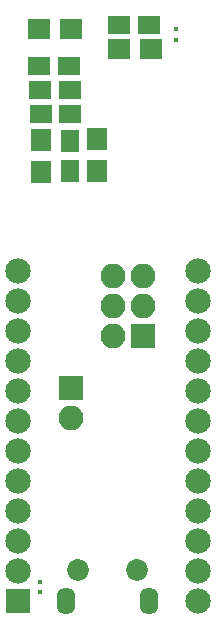
<source format=gbr>
G04 #@! TF.FileFunction,Soldermask,Bot*
%FSLAX46Y46*%
G04 Gerber Fmt 4.6, Leading zero omitted, Abs format (unit mm)*
G04 Created by KiCad (PCBNEW 4.0.7) date 07/20/18 22:40:28*
%MOMM*%
%LPD*%
G01*
G04 APERTURE LIST*
%ADD10C,0.100000*%
%ADD11R,2.152600X2.152600*%
%ADD12C,2.152600*%
%ADD13R,1.900000X1.650000*%
%ADD14R,1.650000X1.900000*%
%ADD15C,0.402000*%
%ADD16R,1.700000X1.900000*%
%ADD17C,1.850000*%
%ADD18O,1.600000X2.300000*%
%ADD19R,2.100000X2.100000*%
%ADD20O,2.100000X2.100000*%
%ADD21R,1.900000X1.700000*%
G04 APERTURE END LIST*
D10*
D11*
X101600000Y-152146000D03*
D12*
X101600000Y-149606000D03*
X101600000Y-147066000D03*
X101600000Y-144526000D03*
X101600000Y-141986000D03*
X101600000Y-139446000D03*
X101600000Y-136906000D03*
X101600000Y-134366000D03*
X101600000Y-131826000D03*
X101600000Y-129286000D03*
X101600000Y-126746000D03*
X101600000Y-124206000D03*
X116840000Y-124206000D03*
X116840000Y-126746000D03*
X116840000Y-129286000D03*
X116840000Y-131826000D03*
X116840000Y-134366000D03*
X116840000Y-136906000D03*
X116840000Y-139446000D03*
X116840000Y-141986000D03*
X116840000Y-144526000D03*
X116840000Y-147066000D03*
X116840000Y-149606000D03*
X116840000Y-152146000D03*
D13*
X103494200Y-108930440D03*
X105994200Y-108930440D03*
X103547540Y-110964980D03*
X106047540Y-110964980D03*
D14*
X105976420Y-115740180D03*
X105976420Y-113240180D03*
D15*
X115001040Y-103738260D03*
X115001040Y-104638260D03*
X115001040Y-104638260D03*
X115001040Y-103738260D03*
D16*
X103538020Y-113140500D03*
X103538020Y-115840500D03*
X108325921Y-113080821D03*
X108325921Y-115780821D03*
D13*
X103428160Y-106870500D03*
X105928160Y-106870500D03*
D17*
X106669200Y-149508980D03*
X111669200Y-149508980D03*
D18*
X105669200Y-152208980D03*
X112669200Y-152208980D03*
D19*
X106072940Y-134167880D03*
D20*
X106072940Y-136707880D03*
D19*
X112229900Y-129715260D03*
D20*
X109689900Y-129715260D03*
X112229900Y-127175260D03*
X109689900Y-127175260D03*
X112229900Y-124635260D03*
X109689900Y-124635260D03*
D13*
X110199800Y-103388160D03*
X112699800Y-103388160D03*
D21*
X103430080Y-103756460D03*
X106130080Y-103756460D03*
X110144580Y-105417620D03*
X112844580Y-105417620D03*
D15*
X103470000Y-151430000D03*
X103470000Y-150530000D03*
X103470000Y-150530000D03*
X103470000Y-151430000D03*
M02*

</source>
